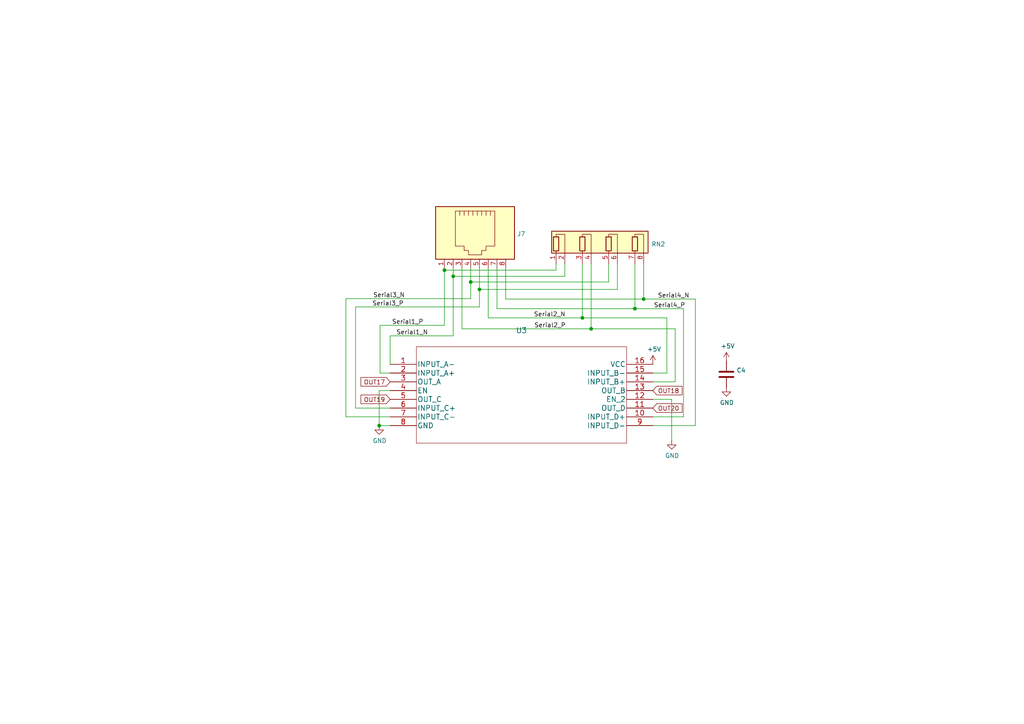
<source format=kicad_sch>
(kicad_sch (version 20211123) (generator eeschema)
  (paper "A4")
  (title_block (title "Receiver Out") (date "2019-12-31") (rev "v1"))
  (lib_symbols
    (symbol "Connector:RJ45" (pin_names (offset 1.016))
      (property "Reference" "J" (at -5.08 13.97 0))
      (property "Value" "RJ45" (at 2.54 13.97 0))
      (symbol "RJ45_0_1"
        (polyline (pts (xy -5.08 4.445) (xy -6.35 4.445)))
        (polyline (pts (xy -5.08 5.715) (xy -6.35 5.715)))
        (polyline (pts (xy -6.35 -3.175) (xy -5.08 -3.175) (xy -5.08 -3.175)))
        (polyline (pts (xy -6.35 -1.905) (xy -5.08 -1.905) (xy -5.08 -1.905)))
        (polyline (pts (xy -6.35 -0.635) (xy -5.08 -0.635) (xy -5.08 -0.635)))
        (polyline (pts (xy -6.35 0.635) (xy -5.08 0.635) (xy -5.08 0.635)))
        (polyline (pts (xy -6.35 1.905) (xy -5.08 1.905) (xy -5.08 1.905)))
        (polyline (pts (xy -5.08 3.175) (xy -6.35 3.175) (xy -6.35 3.175)))
        (polyline (pts (xy -6.35 -4.445) (xy -6.35 6.985) (xy 3.81 6.985) (xy 3.81 4.445) (xy 5.08 4.445) (xy 5.08 3.175) (xy 6.35 3.175) (xy 6.35 -0.635) (xy 5.08 -0.635) (xy 5.08 -1.905) (xy 3.81 -1.905) (xy 3.81 -4.445) (xy -6.35 -4.445) (xy -6.35 -4.445)))
        (rectangle (start 7.62 12.7) (end -7.62 -10.16) (stroke (width 0.254)) (fill (type background)))
      )
      (symbol "RJ45_1_1"
        (pin passive line (at 10.16 -7.62 180) (length 2.54) (name "~") (number "1"))
        (pin passive line (at 10.16 -5.08 180) (length 2.54) (name "~") (number "2"))
        (pin passive line (at 10.16 -2.54 180) (length 2.54) (name "~") (number "3"))
        (pin passive line (at 10.16 0 180) (length 2.54) (name "~") (number "4"))
        (pin passive line (at 10.16 2.54 180) (length 2.54) (name "~") (number "5"))
        (pin passive line (at 10.16 5.08 180) (length 2.54) (name "~") (number "6"))
        (pin passive line (at 10.16 7.62 180) (length 2.54) (name "~") (number "7"))
        (pin passive line (at 10.16 10.16 180) (length 2.54) (name "~") (number "8"))
      )
    )
    (symbol "Device:C" (pin_numbers hide) (pin_names (offset 0.254))
      (property "Reference" "C" (at 0.635 2.54 0))
      (property "Value" "C" (at 0.635 -2.54 0))
      (symbol "C_0_1"
        (polyline (pts (xy -2.032 -0.762) (xy 2.032 -0.762)) (stroke (width 0.508)))
        (polyline (pts (xy -2.032 0.762) (xy 2.032 0.762)) (stroke (width 0.508)))
      )
      (symbol "C_1_1"
        (pin passive line (at 0 3.81 270) (length 2.794) (name "~") (number "1"))
        (pin passive line (at 0 -3.81 90) (length 2.794) (name "~") (number "2"))
      )
    )
    (symbol "Device:R_Pack04_SIP" (pin_names (offset 0) hide)
      (property "Reference" "RN" (at -15.24 0 90))
      (property "Value" "R_Pack04_SIP" (at 15.24 0 90))
      (symbol "R_Pack04_SIP_0_1"
        (rectangle (start -13.97 -1.905) (end 13.97 4.445) (stroke (width 0.254)) (fill (type background)))
        (rectangle (start -13.462 2.794) (end -11.938 -1.27) (stroke (width 0.254)))
        (rectangle (start -5.842 2.794) (end -4.318 -1.27) (stroke (width 0.254)))
        (polyline (pts (xy -12.7 2.794) (xy -12.7 3.556) (xy -10.16 3.556) (xy -10.16 -1.27)))
        (polyline (pts (xy -5.08 2.794) (xy -5.08 3.556) (xy -2.54 3.556) (xy -2.54 -1.27)))
        (polyline (pts (xy 2.54 2.794) (xy 2.54 3.556) (xy 5.08 3.556) (xy 5.08 -1.27)))
        (polyline (pts (xy 10.16 2.794) (xy 10.16 3.556) (xy 12.7 3.556) (xy 12.7 -1.27)))
        (rectangle (start 1.778 2.794) (end 3.302 -1.27) (stroke (width 0.254)))
        (rectangle (start 9.398 2.794) (end 10.922 -1.27) (stroke (width 0.254)))
      )
      (symbol "R_Pack04_SIP_1_1"
        (pin passive line (at -12.7 -5.08 90) (length 3.81) (name "R1.1") (number "1"))
        (pin passive line (at -10.16 -5.08 90) (length 3.81) (name "R1.2") (number "2"))
        (pin passive line (at -5.08 -5.08 90) (length 3.81) (name "R2.1") (number "3"))
        (pin passive line (at -2.54 -5.08 90) (length 3.81) (name "R2.2") (number "4"))
        (pin passive line (at 2.54 -5.08 90) (length 3.81) (name "R3.1") (number "5"))
        (pin passive line (at 5.08 -5.08 90) (length 3.81) (name "R3.2") (number "6"))
        (pin passive line (at 10.16 -5.08 90) (length 3.81) (name "R4.1") (number "7"))
        (pin passive line (at 12.7 -5.08 90) (length 3.81) (name "R4.2") (number "8"))
      )
    )
    (symbol "Receiver_Out-rescue:AM26C32IN-AM26C32IN" (pin_names (offset 0.254))
      (property "Reference" "U" (at 38.1 10.16 0))
      (property "Value" "AM26C32IN-AM26C32IN" (at 38.1 7.62 0))
      (symbol "AM26C32IN-AM26C32IN_1_1"
        (polyline (pts (xy 7.62 -22.86) (xy 68.58 -22.86)) (stroke (width 0.127)))
        (polyline (pts (xy 7.62 5.08) (xy 7.62 -22.86)) (stroke (width 0.127)))
        (polyline (pts (xy 68.58 -22.86) (xy 68.58 5.08)) (stroke (width 0.127)))
        (polyline (pts (xy 68.58 5.08) (xy 7.62 5.08)) (stroke (width 0.127)))
        (pin unspecified line (at 0 0 0) (length 7.62) (name "INPUT_A-") (number "1"))
        (pin unspecified line (at 76.2 -15.24 180) (length 7.62) (name "INPUT_D+") (number "10"))
        (pin unspecified line (at 76.2 -12.7 180) (length 7.62) (name "OUT_D") (number "11"))
        (pin unspecified line (at 76.2 -10.16 180) (length 7.62) (name "EN_2") (number "12"))
        (pin unspecified line (at 76.2 -7.62 180) (length 7.62) (name "OUT_B") (number "13"))
        (pin unspecified line (at 76.2 -5.08 180) (length 7.62) (name "INPUT_B+") (number "14"))
        (pin unspecified line (at 76.2 -2.54 180) (length 7.62) (name "INPUT_B-") (number "15"))
        (pin unspecified line (at 76.2 0 180) (length 7.62) (name "VCC") (number "16"))
        (pin unspecified line (at 0 -2.54 0) (length 7.62) (name "INPUT_A+") (number "2"))
        (pin unspecified line (at 0 -5.08 0) (length 7.62) (name "OUT_A") (number "3"))
        (pin unspecified line (at 0 -7.62 0) (length 7.62) (name "EN") (number "4"))
        (pin unspecified line (at 0 -10.16 0) (length 7.62) (name "OUT_C") (number "5"))
        (pin unspecified line (at 0 -12.7 0) (length 7.62) (name "INPUT_C+") (number "6"))
        (pin unspecified line (at 0 -15.24 0) (length 7.62) (name "INPUT_C-") (number "7"))
        (pin unspecified line (at 0 -17.78 0) (length 7.62) (name "GND") (number "8"))
        (pin unspecified line (at 76.2 -17.78 180) (length 7.62) (name "INPUT_D-") (number "9"))
      )
    )
    (symbol "power:+5V" (power) (pin_names (offset 0))
      (property "Value" "+5V" (at 0 3.556 0))
      (symbol "+5V_0_1"
        (polyline (pts (xy -0.762 1.27) (xy 0 2.54)))
        (polyline (pts (xy 0 0) (xy 0 2.54)))
        (polyline (pts (xy 0 2.54) (xy 0.762 1.27)))
      )
      (symbol "+5V_1_1"
        (pin power_in line (at 0 0 90) (length 0) hide (name "+5V") (number "1"))
      )
    )
    (symbol "power:GND" (power) (pin_names (offset 0))
      (property "Value" "GND" (at 0 -3.81 0))
      (symbol "GND_0_1"
        (polyline (pts (xy 0 0) (xy 0 -1.27) (xy 1.27 -1.27) (xy 0 -2.54) (xy -1.27 -1.27) (xy 0 -1.27)))
      )
      (symbol "GND_1_1"
        (pin power_in line (at 0 0 270) (length 0) hide (name "GND") (number "1"))
      )
    )
  )
  (junction (at 186.69 86.741))
  (junction (at 139.065 83.947))
  (junction (at 168.91 92.202))
  (junction (at 109.982 123.444))
  (junction (at 184.15 89.535))
  (junction (at 131.445 80.137))
  (junction (at 128.905 78.359))
  (junction (at 136.525 81.788))
  (junction (at 171.45 95.377))
  (wire (pts (xy 171.45 95.377) (xy 195.834 95.377)))
  (wire (pts (xy 201.676 86.741) (xy 186.69 86.741)))
  (wire (pts (xy 131.445 97.409) (xy 113.157 97.409)))
  (wire (pts (xy 113.157 120.904) (xy 100.33 120.904)))
  (wire (pts (xy 184.15 76.581) (xy 184.15 89.535)))
  (wire (pts (xy 176.53 76.581) (xy 176.53 81.788)))
  (wire (pts (xy 194.818 115.824) (xy 194.818 127.762)))
  (wire (pts (xy 189.357 115.824) (xy 194.818 115.824)))
  (wire (pts (xy 110.236 94.361) (xy 110.236 108.204)))
  (wire (pts (xy 136.525 81.788) (xy 136.525 77.724)))
  (wire (pts (xy 195.834 95.377) (xy 195.834 110.744)))
  (wire (pts (xy 133.985 95.377) (xy 171.45 95.377)))
  (wire (pts (xy 161.29 78.359) (xy 161.29 76.581)))
  (wire (pts (xy 128.905 77.724) (xy 128.905 78.359)))
  (wire (pts (xy 186.69 76.581) (xy 186.69 86.741)))
  (wire (pts (xy 146.685 86.741) (xy 146.685 77.724)))
  (wire (pts (xy 128.905 78.359) (xy 128.905 94.361)))
  (wire (pts (xy 103.124 118.364) (xy 103.124 89.027)))
  (wire (pts (xy 113.157 97.409) (xy 113.157 105.664)))
  (wire (pts (xy 133.985 77.724) (xy 133.985 95.377)))
  (wire (pts (xy 184.15 89.535) (xy 198.247 89.535)))
  (wire (pts (xy 168.91 92.202) (xy 193.421 92.202)))
  (wire (pts (xy 198.247 89.535) (xy 198.247 120.904)))
  (wire (pts (xy 179.07 83.947) (xy 139.065 83.947)))
  (wire (pts (xy 131.445 80.137) (xy 131.445 97.409)))
  (wire (pts (xy 113.157 113.284) (xy 109.982 113.284)))
  (wire (pts (xy 144.145 77.724) (xy 144.145 89.535)))
  (wire (pts (xy 201.676 123.444) (xy 201.676 86.741)))
  (wire (pts (xy 141.605 77.724) (xy 141.605 92.202)))
  (wire (pts (xy 139.065 83.947) (xy 139.065 77.724)))
  (wire (pts (xy 100.33 120.904) (xy 100.33 86.614)))
  (wire (pts (xy 100.33 86.614) (xy 136.525 86.614)))
  (wire (pts (xy 103.124 89.027) (xy 139.065 89.027)))
  (wire (pts (xy 131.445 80.137) (xy 163.83 80.137)))
  (wire (pts (xy 171.45 76.581) (xy 171.45 95.377)))
  (wire (pts (xy 109.982 113.284) (xy 109.982 123.444)))
  (wire (pts (xy 139.065 83.947) (xy 139.065 89.027)))
  (wire (pts (xy 131.445 77.724) (xy 131.445 80.137)))
  (wire (pts (xy 110.236 108.204) (xy 113.157 108.204)))
  (wire (pts (xy 176.53 81.788) (xy 136.525 81.788)))
  (wire (pts (xy 195.834 110.744) (xy 189.357 110.744)))
  (wire (pts (xy 128.905 94.361) (xy 110.236 94.361)))
  (wire (pts (xy 189.357 123.444) (xy 201.676 123.444)))
  (wire (pts (xy 163.83 80.137) (xy 163.83 76.581)))
  (wire (pts (xy 128.905 78.359) (xy 161.29 78.359)))
  (wire (pts (xy 179.07 83.947) (xy 179.07 76.581)))
  (wire (pts (xy 109.982 123.444) (xy 113.157 123.444)))
  (wire (pts (xy 198.247 120.904) (xy 189.357 120.904)))
  (wire (pts (xy 113.157 118.364) (xy 103.124 118.364)))
  (wire (pts (xy 141.605 92.202) (xy 168.91 92.202)))
  (wire (pts (xy 144.145 89.535) (xy 184.15 89.535)))
  (wire (pts (xy 168.91 76.581) (xy 168.91 92.202)))
  (wire (pts (xy 193.421 108.204) (xy 193.421 92.202)))
  (wire (pts (xy 136.525 81.788) (xy 136.525 86.614)))
  (wire (pts (xy 189.357 108.204) (xy 193.421 108.204)))
  (wire (pts (xy 186.69 86.741) (xy 146.685 86.741)))
  (label "Serial3_N" (at 108.204 86.614 0))
  (label "Serial4_N" (at 190.754 86.741 0))
  (label "Serial1_N" (at 114.935 97.409 0))
  (label "Serial3_P" (at 107.95 89.027 0))
  (label "Serial2_N" (at 154.813 92.202 0))
  (label "Serial4_P" (at 189.611 89.535 0))
  (label "Serial1_P" (at 113.665 94.361 0))
  (label "Serial2_P" (at 154.94 95.377 0))
  (global_label "OUT20" (shape input) (at 189.357 118.364 0) (property "Intersheet References" "${INTERSHEET_REFS}" (effects hide)))
  (global_label "OUT17" (shape input) (at 113.157 110.744 180) (property "Intersheet References" "${INTERSHEET_REFS}" (effects hide)))
  (global_label "OUT18" (shape input) (at 189.357 113.284 0) (property "Intersheet References" "${INTERSHEET_REFS}" (effects hide)))
  (global_label "OUT19" (shape input) (at 113.157 115.824 180) (property "Intersheet References" "${INTERSHEET_REFS}" (effects hide)))
  (symbol (lib_id "Receiver_Out-rescue:AM26C32IN-AM26C32IN") (at 113.157 105.664 0) (unit 1)
    (property "Reference" "U3" (at 151.257 95.8342 0) (effects (font (size 1.524 1.524))))
    (property "Digi-Key_PN" "296-6789-5-ND" (effects hide))
    (property "MPN" "AM26C32IN" (effects hide))
  )
  (symbol (lib_id "Connector:RJ45") (at 136.525 67.564 270) (unit 1)
    (property "Reference" "J7" (at 149.987 67.8434 90) (effects (justify left)))
    (property "Digi-Key_PN" "AE10392-ND" (effects hide))
    (property "MPN" "A-2014-2-4-R" (effects hide))
  )
  (symbol (lib_id "Device:R_Pack04_SIP") (at 173.99 71.501 0) (unit 1)
    (property "Reference" "RN2" (at 188.9252 70.8152 0) (effects (justify left)))
    (property "Datasheet" "http://www.vishay.com/docs/31509/csc.pdf" (effects hide))
    (property "Digi-Key_PN" "4608X-2-121LF-ND" (effects hide))
    (property "MPN" "4608X-102-121LF" (effects hide))
  )
  (symbol (lib_id "power:+5V") (at 189.357 105.664 0) (unit 1)
    (property "Reference" "#PWR?" (effects hide))
  )
  (symbol (lib_id "power:GND") (at 194.818 127.762 0) (unit 1)
    (property "Reference" "#PWR?" (effects hide))
  )
  (symbol (lib_id "power:GND") (at 109.982 123.444 0) (unit 1)
    (property "Reference" "#PWR?" (effects hide))
  )
  (symbol (lib_id "Device:C") (at 210.693 108.585 0) (unit 1)
    (property "Reference" "C4" (at 213.614 107.4166 0) (effects (justify left)))
    (property "Digi-Key_PN" "478-7336-1-ND" (effects hide))
    (property "MPN" "SR215C104KARTR1" (effects hide))
  )
  (symbol (lib_id "power:GND") (at 210.693 112.395 0) (unit 1)
    (property "Reference" "#PWR?" (effects hide))
  )
  (symbol (lib_id "power:+5V") (at 210.693 104.775 0) (unit 1)
    (property "Reference" "#PWR?" (effects hide))
  )
)
</source>
